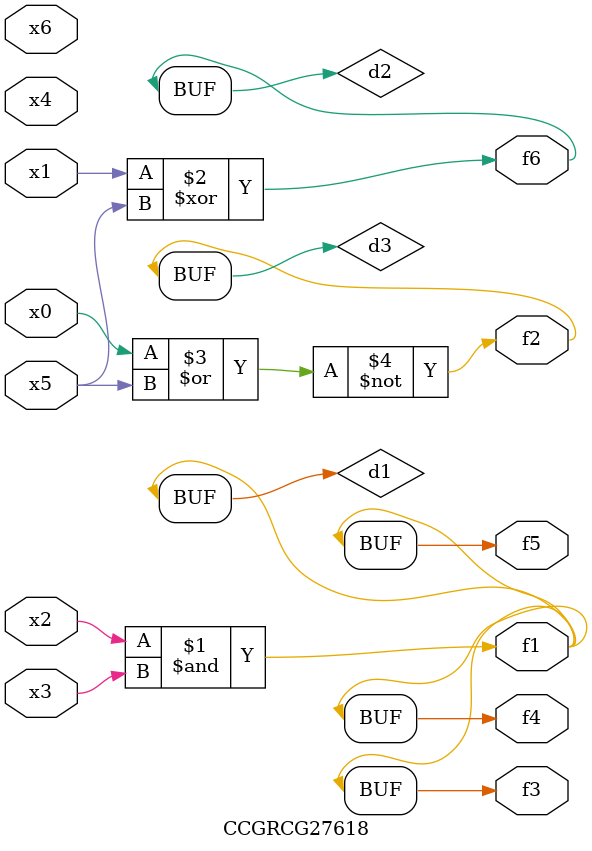
<source format=v>
module CCGRCG27618(
	input x0, x1, x2, x3, x4, x5, x6,
	output f1, f2, f3, f4, f5, f6
);

	wire d1, d2, d3;

	and (d1, x2, x3);
	xor (d2, x1, x5);
	nor (d3, x0, x5);
	assign f1 = d1;
	assign f2 = d3;
	assign f3 = d1;
	assign f4 = d1;
	assign f5 = d1;
	assign f6 = d2;
endmodule

</source>
